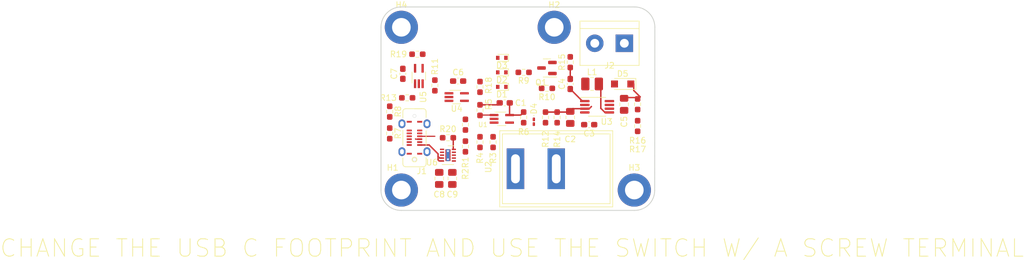
<source format=kicad_pcb>
(kicad_pcb (version 20211014) (generator pcbnew)
  (layers (0 "F.Cu" signal) (31 "B.Cu" signal) (34 "B.Paste" user) (35 "F.Paste" user) (36 "B.SilkS" user "B.Silkscreen") (37 "F.SilkS" user "F.Silkscreen") (38 "B.Mask" user) (39 "F.Mask" user) (44 "Edge.Cuts" user))
  (net 0 "")
  (net 1 "VBUS_RAW")
  (net 2 "GND")
  (net 3 "VBUS_SWITCH")
  (net 4 "Net-(C3-Pad1)")
  (net 5 "Net-(C4-Pad1)")
  (net 6 "Net-(C4-Pad2)")
  (net 7 "VBOOST_OUT")
  (net 8 "Net-(C8-Pad1)")
  (net 9 "Net-(D1-Pad1)")
  (net 10 "CHG_DET")
  (net 11 "CC1_DET")
  (net 12 "CC2_DET")
  (net 13 "Net-(D4-Pad2)")
  (net 14 "Net-(D5-Pad2)")
  (net 15 "CC1")
  (net 16 "D+")
  (net 17 "D-")
  (net 19 "CC2")
  (net 21 "Net-(Q1-Pad1)")
  (net 22 "VBUS_OPEN")
  (net 23 "VDAT_REF")
  (net 24 "V_CC_REF")
  (net 25 "Net-(R16-Pad2)")
  (net 26 "Net-(R20-Pad1)")
  (footprint "MountingHole:MountingHole_3.2mm_M3_ISO7380_Pad" (layer "F.Cu") (at 129 91.5)
    (fp_text reference "H2" (at 0 -3.85) (layer "F.SilkS"))
    (fp_text value "MountingHole_Pad")
    (pad "1" thru_hole circle (at 0 0) (size 5.7 5.7) (drill 3.2) (layers *.Cu *.Mask) (net 2 "GND"))
  )
  (footprint "TerminalBlock:TerminalBlock_bornier-2_P5.08mm" (layer "F.Cu") (at 141.04 94.25 180)
    (fp_text reference "J2" (at 2.54 -3.83) (layer "F.SilkS"))
    (fp_text value "Screw_Terminal_01x02")
    (fp_line (start 7.62 2.54) (end -2.54 2.54) (layer "F.SilkS") (width 0.12))
    (fp_line (start -2.54 -3.81) (end -2.54 3.81) (layer "F.SilkS") (width 0.12))
    (fp_line (start 7.62 -3.81) (end -2.54 -3.81) (layer "F.SilkS") (width 0.12))
    (fp_line (start 7.62 3.81) (end 7.62 -3.81) (layer "F.SilkS") (width 0.12))
    (fp_line (start -2.54 3.81) (end 7.62 3.81) (layer "F.SilkS") (width 0.12))
    (pad "1" thru_hole rect (at 0 0 180) (size 3 3) (drill 1.52) (layers *.Cu *.Mask) (net 7 "VBOOST_OUT"))
    (pad "2" thru_hole circle (at 5.08 0 180) (size 3 3) (drill 1.52) (layers *.Cu *.Mask) (net 2 "GND"))
  )
  (footprint "Package_TO_SOT_SMD:SOT-353_SC-70-5_Handsoldering" (layer "F.Cu") (at 112.25 103.5)
    (fp_text reference "U4" (at 0 2) (layer "F.SilkS"))
    (fp_text value "LMV331")
    (fp_line (start 0.7 -1.16) (end -1.2 -1.16) (layer "F.SilkS") (width 0.12))
    (fp_line (start -0.7 1.16) (end 0.7 1.16) (layer "F.SilkS") (width 0.12))
    (pad "1" smd rect (at -1.33 -0.65) (size 1.5 0.4) (layers "F.Cu" "F.Paste" "F.Mask") (net 15 "CC1"))
    (pad "2" smd rect (at -1.33 0) (size 1.5 0.4) (layers "F.Cu" "F.Paste" "F.Mask") (net 2 "GND"))
    (pad "3" smd rect (at -1.33 0.65) (size 1.5 0.4) (layers "F.Cu" "F.Paste" "F.Mask") (net 24 "V_CC_REF"))
    (pad "4" smd rect (at 1.33 0.65) (size 1.5 0.4) (layers "F.Cu" "F.Paste" "F.Mask") (net 11 "CC1_DET"))
    (pad "5" smd rect (at 1.33 -0.65) (size 1.5 0.4) (layers "F.Cu" "F.Paste" "F.Mask") (net 1 "VBUS_RAW"))
  )
  (footprint "Resistor_SMD:R_0603_1608Metric_Pad0.98x0.95mm_HandSolder" (layer "F.Cu") (at 131.75 97.5 90)
    (fp_text reference "R15" (at 0 -1.43 90) (layer "F.SilkS"))
    (fp_text value "15k")
    (fp_line (start -0.254724 -0.5225) (end 0.254724 -0.5225) (layer "F.SilkS") (width 0.12))
    (fp_line (start -0.254724 0.5225) (end 0.254724 0.5225) (layer "F.SilkS") (width 0.12))
    (pad "1" smd roundrect (at -0.9125 0 90) (size 0.975 0.95) (layers "F.Cu" "F.Paste" "F.Mask") (net 6 "Net-(C4-Pad2)"))
    (pad "2" smd roundrect (at 0.9125 0 90) (size 0.975 0.95) (layers "F.Cu" "F.Paste" "F.Mask") (net 2 "GND"))
  )
  (footprint "Capacitor_SMD:C_0603_1608Metric_Pad1.08x0.95mm_HandSolder" (layer "F.Cu") (at 131.75 101.25 90)
    (fp_text reference "C4" (at 0 -1.43 90) (layer "F.SilkS"))
    (fp_text value "2.2n")
    (fp_line (start -0.146267 -0.51) (end 0.146267 -0.51) (layer "F.SilkS") (width 0.12))
    (fp_line (start -0.146267 0.51) (end 0.146267 0.51) (layer "F.SilkS") (width 0.12))
    (pad "1" smd roundrect (at -0.8625 0 90) (size 1.075 0.95) (layers "F.Cu" "F.Paste" "F.Mask") (net 5 "Net-(C4-Pad1)"))
    (pad "2" smd roundrect (at 0.8625 0 90) (size 1.075 0.95) (layers "F.Cu" "F.Paste" "F.Mask") (net 6 "Net-(C4-Pad2)"))
  )
  (footprint "Resistor_SMD:R_0603_1608Metric_Pad0.98x0.95mm_HandSolder" (layer "F.Cu") (at 123.75 99.25 180)
    (fp_text reference "R9" (at 0 -1.43) (layer "F.SilkS"))
    (fp_text value "330")
    (fp_line (start -0.254724 -0.5225) (end 0.254724 -0.5225) (layer "F.SilkS") (width 0.12))
    (fp_line (start -0.254724 0.5225) (end 0.254724 0.5225) (layer "F.SilkS") (width 0.12))
    (pad "1" smd roundrect (at -0.9125 0 180) (size 0.975 0.95) (layers "F.Cu" "F.Paste" "F.Mask") (net 21 "Net-(Q1-Pad1)"))
    (pad "2" smd roundrect (at 0.9125 0 180) (size 0.975 0.95) (layers "F.Cu" "F.Paste" "F.Mask") (net 9 "Net-(D1-Pad1)"))
  )
  (footprint "MountingHole:MountingHole_3.2mm_M3_ISO7380_Pad" (layer "F.Cu") (at 102.75 119.5)
    (fp_text reference "H1" (at -1.5 -3.85) (layer "F.SilkS"))
    (fp_text value "MountingHole_Pad")
    (pad "1" thru_hole circle (at 0 0) (size 5.7 5.7) (drill 3.2) (layers *.Cu *.Mask) (net 2 "GND"))
  )
  (footprint "Diode_SMD:D_SOD-523" (layer "F.Cu") (at 120 99.25 180)
    (fp_text reference "D2" (at 0 -1.3) (layer "F.SilkS"))
    (fp_text value "D")
    (fp_line (start 0.7 0.6) (end -1.15 0.6) (layer "F.SilkS") (width 0.12))
    (fp_line (start 0.7 -0.6) (end -1.15 -0.6) (layer "F.SilkS") (width 0.12))
    (fp_line (start -1.15 -0.6) (end -1.15 0.6) (layer "F.SilkS") (width 0.12))
    (pad "1" smd rect (at -0.7 0) (size 0.6 0.7) (layers "F.Cu" "F.Paste" "F.Mask") (net 9 "Net-(D1-Pad1)"))
    (pad "2" smd rect (at 0.7 0) (size 0.6 0.7) (layers "F.Cu" "F.Paste" "F.Mask") (net 11 "CC1_DET"))
  )
  (footprint "Resistor_SMD:R_0603_1608Metric_Pad0.98x0.95mm_HandSolder" (layer "F.Cu") (at 103.75 103.630469)
    (fp_text reference "R13" (at -3.25 0) (layer "F.SilkS"))
    (fp_text value "5.1k")
    (fp_line (start -0.254724 -0.5225) (end 0.254724 -0.5225) (layer "F.SilkS") (width 0.12))
    (fp_line (start -0.254724 0.5225) (end 0.254724 0.5225) (layer "F.SilkS") (width 0.12))
    (pad "1" smd roundrect (at -0.9125 0) (size 0.975 0.95) (layers "F.Cu" "F.Paste" "F.Mask") (net 2 "GND"))
    (pad "2" smd roundrect (at 0.9125 0) (size 0.975 0.95) (layers "F.Cu" "F.Paste" "F.Mask") (net 19 "CC2"))
  )
  (footprint "CustomFootprints:RA11131100" (layer "F.Cu") (at 119.645 109.295 -90)
    (fp_text reference "U2" (at 6.25 1.95 90) (layer "F.SilkS"))
    (fp_text value "RA11131100")
    (fp_line (start 13.1 -19.4) (end 13.1 0) (layer "F.SilkS") (width 0.12))
    (fp_line (start 0 0) (end 0 -19.4) (layer "F.SilkS") (width 0.12))
    (fp_line (start 0 -19.4) (end 13.1 -19.4) (layer "F.SilkS") (width 0.12))
    (fp_line (start 0.55 -0.45) (end 0.55 -18.95) (layer "F.SilkS") (width 0.12))
    (fp_line (start 0.55 -18.95) (end 12.55 -18.95) (layer "F.SilkS") (width 0.12))
    (fp_line (start 13.1 0) (end 0 0) (layer "F.SilkS") (width 0.12))
    (fp_line (start 12.55 -0.45) (end 12.55 -18.95) (layer "F.SilkS") (width 0.12))
    (fp_line (start 0.55 -0.45) (end 12.55 -0.45) (layer "F.SilkS") (width 0.12))
    (pad "1" thru_hole custom (at 6.55 -2.7 270) (size 7 3) (drill oval 5 1.5) (layers *.Cu *.Mask) (net 22 "VBUS_OPEN") (options (clearance outline) (anchor rect)) (primitives))
    (pad "2" thru_hole custom (at 6.55 -9.7 270) (size 7 3) (drill oval 5 1.5) (layers *.Cu *.Mask) (net 3 "VBUS_SWITCH") (options (clearance outline) (anchor rect)) (primitives))
  )
  (footprint "Resistor_SMD:R_0603_1608Metric_Pad0.98x0.95mm_HandSolder" (layer "F.Cu") (at 143.318799 108.483409 -90)
    (fp_text reference "R17" (at 4 0 180) (layer "F.SilkS"))
    (fp_text value "10k")
    (fp_line (start -0.254724 -0.5225) (end 0.254724 -0.5225) (layer "F.SilkS") (width 0.12))
    (fp_line (start -0.254724 0.5225) (end 0.254724 0.5225) (layer "F.SilkS") (width 0.12))
    (pad "1" smd roundrect (at -0.9125 0 270) (size 0.975 0.95) (layers "F.Cu" "F.Paste" "F.Mask") (net 25 "Net-(R16-Pad2)"))
    (pad "2" smd roundrect (at 0.9125 0 270) (size 0.975 0.95) (layers "F.Cu" "F.Paste" "F.Mask") (net 2 "GND"))
  )
  (footprint "Capacitor_SMD:C_0805_2012Metric_Pad1.18x1.45mm_HandSolder" (layer "F.Cu") (at 141 104.75 -90)
    (fp_text reference "C5" (at 3 0 90) (layer "F.SilkS"))
    (fp_text value "10u")
    (fp_line (start -0.261252 -0.735) (end 0.261252 -0.735) (layer "F.SilkS") (width 0.12))
    (fp_line (start -0.261252 0.735) (end 0.261252 0.735) (layer "F.SilkS") (width 0.12))
    (pad "1" smd roundrect (at -1.0375 0 270) (size 1.175 1.45) (layers "F.Cu" "F.Paste" "F.Mask") (roundrect_rratio 0.212766) (net 7 "VBOOST_OUT"))
    (pad "2" smd roundrect (at 1.0375 0 270) (size 1.175 1.45) (layers "F.Cu" "F.Paste" "F.Mask") (roundrect_rratio 0.212766) (net 2 "GND"))
  )
  (footprint "Resistor_SMD:R_0603_1608Metric_Pad0.98x0.95mm_HandSolder" (layer "F.Cu") (at 118.5 111.25 -90)
    (fp_text reference "R3" (at 2.75 0 90) (layer "F.SilkS"))
    (fp_text value "47k")
    (fp_line (start -0.254724 0.5225) (end 0.254724 0.5225) (layer "F.SilkS") (width 0.12))
    (fp_line (start -0.254724 -0.5225) (end 0.254724 -0.5225) (layer "F.SilkS") (width 0.12))
    (pad "1" smd roundrect (at -0.9125 0 270) (size 0.975 0.95) (layers "F.Cu" "F.Paste" "F.Mask") (net 23 "VDAT_REF"))
    (pad "2" smd roundrect (at 0.9125 0 270) (size 0.975 0.95) (layers "F.Cu" "F.Paste" "F.Mask") (net 1 "VBUS_RAW"))
  )
  (footprint "Package_DFN_QFN:TDFN-10-1EP_2x3mm_P0.5mm_EP0.9x2mm_ThermalVias" (layer "F.Cu") (at 110.75 113.5)
    (fp_text reference "U6" (at -2.75 1.25) (layer "F.SilkS"))
    (fp_text value "STBP120")
    (fp_line (start 0 -1.61) (end 1 -1.61) (layer "F.SilkS") (width 0.12))
    (fp_line (start -1 1.61) (end 1 1.61) (layer "F.SilkS") (width 0.12))
    (pad "1" smd roundrect (at -1.0125 -1) (size 0.725 0.25) (layers "F.Cu" "F.Paste" "F.Mask"))
    (pad "2" smd roundrect (at -1.0125 -0.5) (size 0.725 0.25) (layers "F.Cu" "F.Paste" "F.Mask") (net 2 "GND"))
    (pad "3" smd roundrect (at -1.0125 0) (size 0.725 0.25) (layers "F.Cu" "F.Paste" "F.Mask"))
    (pad "4" smd roundrect (at -1.0125 0.5) (size 0.725 0.25) (layers "F.Cu" "F.Paste" "F.Mask") (net 8 "Net-(C8-Pad1)"))
    (pad "5" smd roundrect (at -1.0125 1) (size 0.725 0.25) (layers "F.Cu" "F.Paste" "F.Mask") (net 8 "Net-(C8-Pad1)"))
    (pad "6" smd roundrect (at 1.0125 1) (size 0.725 0.25) (layers "F.Cu" "F.Paste" "F.Mask") (net 1 "VBUS_RAW"))
    (pad "7" smd roundrect (at 1.0125 0.5) (size 0.725 0.25) (layers "F.Cu" "F.Paste" "F.Mask") (net 1 "VBUS_RAW"))
    (pad "8" smd roundrect (at 1.0125 0) (size 0.725 0.25) (layers "F.Cu" "F.Paste" "F.Mask"))
    (pad "9" smd roundrect (at 1.0125 -0.5) (size 0.725 0.25) (layers "F.Cu" "F.Paste" "F.Mask"))
    (pad "10" smd roundrect (at 1.0125 -1) (size 0.725 0.25) (layers "F.Cu" "F.Paste" "F.Mask") (net 26 "Net-(R20-Pad1)"))
    (pad "11" thru_hole circle (at 0 -0.7) (size 0.6 0.6) (drill 0.3) (layers *.Cu))
    (pad "11" smd rect (at 0 0) (size 0.6 2) (layers "B.Cu"))
    (pad "11" smd rect (at 0 0) (size 0.9 2) (layers "F.Cu" "F.Mask"))
    (pad "11" thru_hole circle (at 0 0.7) (size 0.6 0.6) (drill 0.3) (layers *.Cu))
  )
  (footprint "Resistor_SMD:R_0603_1608Metric_Pad0.98x0.95mm_HandSolder" (layer "F.Cu") (at 116.25 101.75 90)
    (fp_text reference "R18" (at 0.254724 1.5 90) (layer "F.SilkS"))
    (fp_text value "4.7k")
    (fp_line (start -0.254724 0.5225) (end 0.254724 0.5225) (layer "F.SilkS") (width 0.12))
    (fp_line (start -0.254724 -0.5225) (end 0.254724 -0.5225) (layer "F.SilkS") (width 0.12))
    (pad "1" smd roundrect (at -0.9125 0 90) (size 0.975 0.95) (layers "F.Cu" "F.Paste" "F.Mask") (net 11 "CC1_DET"))
    (pad "2" smd roundrect (at 0.9125 0 90) (size 0.975 0.95) (layers "F.Cu" "F.Paste" "F.Mask") (net 1 "VBUS_RAW"))
  )
  (footprint "Resistor_SMD:R_0603_1608Metric_Pad0.98x0.95mm_HandSolder" (layer "F.Cu") (at 123.75 107 90)
    (fp_text reference "R6" (at -2.5 0 180) (layer "F.SilkS"))
    (fp_text value "4.7k")
    (fp_line (start -0.254724 -0.5225) (end 0.254724 -0.5225) (layer "F.SilkS") (width 0.12))
    (fp_line (start -0.254724 0.5225) (end 0.254724 0.5225) (layer "F.SilkS") (width 0.12))
    (pad "1" smd roundrect (at -0.9125 0 90) (size 0.975 0.95) (layers "F.Cu" "F.Paste" "F.Mask") (net 10 "CHG_DET"))
    (pad "2" smd roundrect (at 0.9125 0 90) (size 0.975 0.95) (layers "F.Cu" "F.Paste" "F.Mask") (net 1 "VBUS_RAW"))
  )
  (footprint "Package_SO:MSOP-8_3x3mm_P0.65mm" (layer "F.Cu") (at 136.3625 105.175)
    (fp_text reference "U3" (at 1.6375 2.575) (layer "F.SilkS"))
    (fp_text value "MP1542")
    (fp_line (start 0 1.61) (end 1.5 1.61) (layer "F.SilkS") (width 0.12))
    (fp_line (start 0 -1.61) (end 1.5 -1.61) (layer "F.SilkS") (width 0.12))
    (fp_line (start 0 -1.61) (end -2.925 -1.61) (layer "F.SilkS") (width 0.12))
    (fp_line (start 0 1.61) (end -1.5 1.61) (layer "F.SilkS") (width 0.12))
    (pad "1" smd roundrect (at -2.1125 -0.975) (size 1.625 0.4) (layers "F.Cu" "F.Paste" "F.Mask") (net 5 "Net-(C4-Pad1)"))
    (pad "2" smd roundrect (at -2.1125 -0.325) (size 1.625 0.4) (layers "F.Cu" "F.Paste" "F.Mask") (net 25 "Net-(R16-Pad2)"))
    (pad "3" smd roundrect (at -2.1125 0.325) (size 1.625 0.4) (layers "F.Cu" "F.Paste" "F.Mask") (net 3 "VBUS_SWITCH"))
    (pad "4" smd roundrect (at -2.1125 0.975) (size 1.625 0.4) (layers "F.Cu" "F.Paste" "F.Mask") (net 2 "GND"))
    (pad "5" smd roundrect (at 2.1125 0.975) (size 1.625 0.4) (layers "F.Cu" "F.Paste" "F.Mask") (net 14 "Net-(D5-Pad2)"))
    (pad "6" smd roundrect (at 2.1125 0.325) (size 1.625 0.4) (layers "F.Cu" "F.Paste" "F.Mask") (net 3 "VBUS_SWITCH"))
    (pad "7" smd roundrect (at 2.1125 -0.325) (size 1.625 0.4) (layers "F.Cu" "F.Paste" "F.Mask") (net 3 "VBUS_SWITCH"))
    (pad "8" smd roundrect (at 2.1125 -0.975) (size 1.625 0.4) (layers "F.Cu" "F.Paste" "F.Mask") (net 4 "Net-(C3-Pad1)"))
  )
  (footprint "Resistor_SMD:R_0603_1608Metric_Pad0.98x0.95mm_HandSolder" (layer "F.Cu") (at 116.25 105.75 90)
    (fp_text reference "R5" (at 1 1.5 90) (layer "F.SilkS"))
    (fp_text value "4.7k")
    (fp_line (start -0.254724 0.5225) (end 0.254724 0.5225) (layer "F.SilkS") (width 0.12))
    (fp_line (start -0.254724 -0.5225) (end 0.254724 -0.5225) (layer "F.SilkS") (width 0.12))
    (pad "1" smd roundrect (at -0.9125 0 90) (size 0.975 0.95) (layers "F.Cu" "F.Paste" "F.Mask") (net 17 "D-"))
    (pad "2" smd roundrect (at 0.9125 0 90) (size 0.975 0.95) (layers "F.Cu" "F.Paste" "F.Mask") (net 2 "GND"))
  )
  (footprint "Capacitor_SMD:C_0603_1608Metric_Pad1.08x0.95mm_HandSolder" (layer "F.Cu") (at 112.5 100.75 180)
    (fp_text reference "C6" (at 0 1.5) (layer "F.SilkS"))
    (fp_text value "0.1u")
    (fp_line (start -0.146267 0.51) (end 0.146267 0.51) (layer "F.SilkS") (width 0.12))
    (fp_line (start -0.146267 -0.51) (end 0.146267 -0.51) (layer "F.SilkS") (width 0.12))
    (pad "1" smd roundrect (at -0.8625 0 180) (size 1.075 0.95) (layers "F.Cu" "F.Paste" "F.Mask") (net 1 "VBUS_RAW"))
    (pad "2" smd roundrect (at 0.8625 0 180) (size 1.075 0.95) (layers "F.Cu" "F.Paste" "F.Mask") (net 2 "GND"))
  )
  (footprint "Inductor_SMD:L_1008_2520Metric_Pad1.43x2.20mm_HandSolder" (layer "F.Cu") (at 135.5 101.25)
    (fp_text reference "L1" (at 0 -2.05) (layer "F.SilkS"))
    (fp_text value "4.7u")
    (fp_line (start -0.261252 -1.11) (end 0.261252 -1.11) (layer "F.SilkS") (width 0.12))
    (fp_line (start -0.261252 1.11) (end 0.261252 1.11) (layer "F.SilkS") (width 0.12))
    (pad "1" smd roundrect (at -1.1625 0) (size 1.425 2.2) (layers "F.Cu" "F.Paste" "F.Mask") (roundrect_rratio 0.175439) (net 3 "VBUS_SWITCH"))
    (pad "2" smd roundrect (at 1.1625 0) (size 1.425 2.2) (layers "F.Cu" "F.Paste" "F.Mask") (roundrect_rratio 0.175439) (net 14 "Net-(D5-Pad2)"))
  )
  (footprint "Resistor_SMD:R_0603_1608Metric_Pad0.98x0.95mm_HandSolder" (layer "F.Cu") (at 110.75 110.5 180)
    (fp_text reference "R20" (at 0 1.5) (layer "F.SilkS"))
    (fp_text value "100k")
    (fp_line (start -0.254724 -0.5225) (end 0.254724 -0.5225) (layer "F.SilkS") (width 0.12))
    (fp_line (start -0.254724 0.5225) (end 0.254724 0.5225) (layer "F.SilkS") (width 0.12))
    (pad "1" smd roundrect (at -0.9125 0 180) (size 0.975 0.95) (layers "F.Cu" "F.Paste" "F.Mask") (net 26 "Net-(R20-Pad1)"))
    (pad "2" smd roundrect (at 0.9125 0 180) (size 0.975 0.95) (layers "F.Cu" "F.Paste" "F.Mask") (net 2 "GND"))
  )
  (footprint "Resistor_SMD:R_0603_1608Metric_Pad0.98x0.95mm_HandSolder" (layer "F.Cu") (at 127.75 102)
    (fp_text reference "R10" (at 0 1.5) (layer "F.SilkS"))
    (fp_text value "4k7")
    (fp_line (start -0.254724 -0.5225) (end 0.254724 -0.5225) (layer "F.SilkS") (width 0.12))
    (fp_line (start -0.254724 0.5225) (end 0.254724 0.5225) (layer "F.SilkS") (width 0.12))
    (pad "1" smd roundrect (at -0.9125 0) (size 0.975 0.95) (layers "F.Cu" "F.Paste" "F.Mask") (net 21 "Net-(Q1-Pad1)"))
    (pad "2" smd roundrect (at 0.9125 0) (size 0.975 0.95) (layers "F.Cu" "F.Paste" "F.Mask") (net 2 "GND"))
  )
  (footprint "Diode_SMD:D_SOD-523" (layer "F.Cu") (at 120 96.75 180)
    (fp_text reference "D3" (at 0 -1.3) (layer "F.SilkS"))
    (fp_text value "D")
    (fp_line (start 0.7 0.6) (end -1.15 0.6) (layer "F.SilkS") (width 0.12))
    (fp_line (start 0.7 -0.6) (end -1.15 -0.6) (layer "F.SilkS") (width 0.12))
    (fp_line (start -1.15 -0.6) (end -1.15 0.6) (layer "F.SilkS") (width 0.12))
    (pad "1" smd rect (at -0.7 0) (size 0.6 0.7) (layers "F.Cu" "F.Paste" "F.Mask") (net 9 "Net-(D1-Pad1)"))
    (pad "2" smd rect (at 0.7 0) (size 0.6 0.7) (layers "F.Cu" "F.Paste" "F.Mask") (net 12 "CC2_DET"))
  )
  (footprint "CustomFootprints:USB4120-03-C" (layer "F.Cu") (at 105 110.5 -90)
    (fp_text reference "J1" (at 5.75 -1.25 unlocked) (layer "F.SilkS"))
    (fp_text value "USB_C_Receptacle")
    (fp_line (start 4.5 -2) (end 3.4 -2) (layer "F.SilkS") (width 0.12))
    (fp_line (start 4.496447 2) (end 3.45 2) (layer "F.SilkS") (width 0.12))
    (fp_line (start 1.3 2) (end -1.3 2) (layer "F.SilkS") (width 0.12))
    (fp_line (start -5 -1.3) (end -5 1.5) (layer "F.SilkS") (width 0.12))
    (fp_line (start -1.2 -2) (end 1.3 -2) (layer "F.SilkS") (width 0.12))
    (fp_line (start -5 0) (end -5 -1.5) (layer "F.SilkS") (width 0.12))
    (fp_line (start -4.5 -2) (end -3.5 -2) (layer "F.SilkS") (width 0.12))
    (fp_line (start -4.5 2) (end -3.4 2) (layer "F.SilkS") (width 0.12))
    (fp_line (start 5 1.5) (end 5 -1.5) (layer "F.SilkS") (width 0.12))
    (fp_arc (start -5 -1.5) (mid -4.853553 -1.853553) (end -4.5 -2) (layer "F.SilkS") (width 0.12))
    (fp_arc (start 4.5 -2) (mid 4.851481 -1.851481) (end 5 -1.5) (layer "F.SilkS") (width 0.12))
    (fp_arc (start -4.5 2) (mid -4.853553 1.853553) (end -5 1.5) (layer "F.SilkS") (width 0.12))
    (fp_arc (start 5 1.5) (mid 4.851258 1.853767) (end 4.496447 2) (layer "F.SilkS") (width 0.12))
    (fp_circle (center 3.75 0) (end 3.85 -0.4) (layer "F.SilkS") (width 0.12) (fill none))
    (fp_circle (center 3.75 0) (end 4.032842 0) (layer "Edge.Cuts") (width 0.05) (fill none))
    (fp_circle (center -3.75 0) (end -3.467157 0) (layer "Edge.Cuts") (width 0.05) (fill none))
    (pad "A1" smd rect (at -2.75 -0.9 270) (size 0.3 0.87) (layers "F.Cu" "F.Paste" "F.Mask") (net 2 "GND"))
    (pad "A4" smd rect (at -1.25 -0.9 270) (size 0.3 0.87) (layers "F.Cu" "F.Paste" "F.Mask") (net 8 "Net-(C8-Pad1)"))
    (pad "A5" smd rect (at -0.75 -0.9 270) (size 0.3 0.87) (layers "F.Cu" "F.Paste" "F.Mask") (net 15 "CC1"))
    (pad "A6" smd rect (at -0.25 -0.9 270) (size 0.3 0.87) (layers "F.Cu" "F.Paste" "F.Mask") (net 16 "D+"))
    (pad "A7" smd rect (at 0.25 -0.9 270) (size 0.3 0.87) (layers "F.Cu" "F.Paste" "F.Mask") (net 17 "D-"))
    (pad "A8" smd rect (at 0.75 -0.9 270) (size 0.3 0.87) (layers "F.Cu" "F.Paste" "F.Mask"))
    (pad "A9" smd rect (at 1.25 -0.9 270) (size 0.3 0.87) (layers "F.Cu" "F.Paste" "F.Mask") (net 8 "Net-(C8-Pad1)"))
    (pad "A12" smd rect (at 2.75 -0.9 270) (size 0.3 0.87) (layers "F.Cu" "F.Paste" "F.Mask") (net 2 "GND"))
    (pad "B1" smd rect (at 2.75 0.9 270) (size 0.3 0.87) (layers "F.Cu" "F.Paste" "F.Mask") (net 2 "GND"))
    (pad "B4" smd rect (at 1.25 0.9 270) (size 0.3 0.87) (layers "F.Cu" "F.Paste" "F.Mask") (net 8 "Net-(C8-Pad1)"))
    (pad "B5" smd rect (at 0.75 0.9 270) (size 0.3 0.87) (layers "F.Cu" "F.Paste" "F.Mask") (net 19 "CC2"))
    (pad "B6" smd rect (at 0.25 0.9 270) (size 0.3 0.87) (layers "F.Cu" "F.Paste" "F.Mask") (net 16 "D+"))
    (pad "B7" smd rect (at -0.25 0.9 270) (size 0.3 0.87) (layers "F.Cu" "F.Paste" "F.Mask") (net 17 "D-"))
    (pad "B8" smd rect (at -0.75 0.9 270) (size 0.3 0.87) (layers "F.Cu" "F.Paste" "F.Mask"))
    (pad "B9" smd rect (at -1.25 0.9 270) (size 0.3 0.87) (layers "F.Cu" "F.Paste" "F.Mask") (net 8 "Net-(C8-Pad1)"))
    (pad "B12" smd rect (at -2.75 0.9 270) (size 0.3 0.87) (layers "F.Cu" "F.Paste" "F.Mask") (net 2 "GND"))
    (pad "S1" thru_hole oval (at -2.4 -2.15 270) (size 1.5 1.2) (drill oval 0.9 0.65) (layers *.Cu *.Mask) (net 2 "GND"))
    (pad "S1" thru_hole oval (at -2.4 2.15 270) (size 1.5 1.2) (drill oval 0.9 0.65) (layers *.Cu *.Mask) (net 2 "GND"))
    (pad "S1" thru_hole oval (at 2.4 -2.15 270) (size 1.5 1.2) (drill oval 0.9 0.65) (layers *.Cu *.Mask) (net 2 "GND"))
    (pad "S1" thru_hole oval (at 2.4 2.15 270) (size 1.5 1.2) (drill oval 0.9 0.65) (layers *.Cu *.Mask) (net 2 "GND"))
  )
  (footprint "MountingHole:MountingHole_3.2mm_M3_ISO7380_Pad" (layer "F.Cu") (at 102.75 91.5)
    (fp_text reference "H4" (at 0 -3.85) (layer "F.SilkS"))
    (fp_text value "MountingHole_Pad")
    (pad "1" thru_hole circle (at 0 0) (size 5.7 5.7) (drill 3.2) (layers *.Cu *.Mask) (net 2 "GND"))
  )
  (footprint "LED_SMD:LED_0201_0603Metric_Pad0.64x0.40mm_HandSolder" (layer "F.Cu") (at 125.5 107.75 -90)
    (fp_text reference "D4" (at -2.25 0 90) (layer "F.SilkS"))
    (fp_text value "LED")
    (fp_circle (center -1.035 0) (end -0.985 0) (layer "F.SilkS") (width 0.1) (fill none))
    (pad "1" smd roundrect (at -0.4075 0 270) (size 0.635 0.4) (layers "F.Cu" "F.Mask") (net 2 "GND"))
    (pad "2" smd roundrect (at 0.4075 0 270) (size 0.635 0.4) (layers "F.Cu" "F.Mask") (net 13 "Net-(D4-Pad2)"))
  )
  (footprint "Capacitor_SMD:C_0805_2012Metric_Pad1.18x1.45mm_HandSolder" (layer "F.Cu") (at 131.75 107 -90)
    (fp_text reference "C2" (at 3.75 0 180) (layer "F.SilkS"))
    (fp_text value "10u")
    (fp_line (start -0.261252 0.735) (end 0.261252 0.735) (layer "F.SilkS") (width 0.12))
    (fp_line (start -0.261252 -0.735) (end 0.261252 -0.735) (layer "F.SilkS") (width 0.12))
    (pad "1" smd roundrect (at -1.0375 0 270) (size 1.175 1.45) (layers "F.Cu" "F.Paste" "F.Mask") (roundrect_rratio 0.212766) (net 3 "VBUS_SWITCH"))
    (pad "2" smd roundrect (at 1.0375 0 270) (size 1.175 1.45) (layers "F.Cu" "F.Paste" "F.Mask") (roundrect_rratio 0.212766) (net 2 "GND"))
  )
  (footprint "Capacitor_SMD:C_0805_2012Metric_Pad1.18x1.45mm_HandSolder" (layer "F.Cu") (at 111.5 117.5 -90)
    (fp_text reference "C9" (at 2.75 0) (layer "F.SilkS"))
    (fp_text value "10u")
    (fp_line (start -0.261252 -0.735) (end 0.261252 -0.735) (layer "F.SilkS") (width 0.12))
    (fp_line (start -0.261252 0.735) (end 0.261252 0.735) (layer "F.SilkS") (width 0.12))
    (pad "1" smd roundrect (at -1.0375 0 270) (size 1.175 1.45) (layers "F.Cu" "F.Paste" "F.Mask") (roundrect_rratio 0.212766) (net 1 "VBUS_RAW"))
    (pad "2" smd roundrect (at 1.0375 0 270) (size 1.175 1.45) (layers "F.Cu" "F.Paste" "F.Mask") (roundrect_rratio 0.212766) (net 2 "GND"))
  )
  (footprint "Resistor_SMD:R_0603_1608Metric_Pad0.98x0.95mm_HandSolder" (layer "F.Cu") (at 113.75 112 90)
    (fp_text reference "R2" (at -4.75 0 90) (layer "F.SilkS"))
    (fp_text value "6k8")
    (fp_line (start -0.254724 0.5225) (end 0.254724 0.5225) (layer "F.SilkS") (width 0.12))
    (fp_line (start -0.254724 -0.5225) (end 0.254724 -0.5225) (layer "F.SilkS") (width 0.12))
    (pad "1" smd roundrect (at -0.9125 0 90) (size 0.975 0.95) (layers "F.Cu" "F.Paste" "F.Mask") (net 2 "GND"))
    (pad "2" smd roundrect (at 0.9125 0 90) (size 0.975 0.95) (layers "F.Cu" "F.Paste" "F.Mask") (net 16 "D+"))
  )
  (footprint "Capacitor_SMD:C_0603_1608Metric_Pad1.08x0.95mm_HandSolder" (layer "F.Cu") (at 103 99.5 -90)
    (fp_text reference "C7" (at 0 1.5 90) (layer "F.SilkS"))
    (fp_text value "0.1u")
    (fp_line (start -0.146267 0.51) (end 0.146267 0.51) (layer "F.SilkS") (width 0.12))
    (fp_line (start -0.146267 -0.51) (end 0.146267 -0.51) (layer "F.SilkS") (width 0.12))
    (pad "1" smd roundrect (at -0.8625 0 270) (size 1.075 0.95) (layers "F.Cu" "F.Paste" "F.Mask") (net 1 "VBUS_RAW"))
    (pad "2" smd roundrect (at 0.8625 0 270) (size 1.075 0.95) (layers "F.Cu" "F.Paste" "F.Mask") (net 2 "GND"))
  )
  (footprint "Capacitor_SMD:C_0603_1608Metric_Pad1.08x0.95mm_HandSolder" (layer "F.Cu") (at 135 108.25 180)
    (fp_text reference "C3" (at 0 -1.5) (layer "F.SilkS"))
    (fp_text value "10n")
    (fp_line (start -0.146267 -0.51) (end 0.146267 -0.51) (layer "F.SilkS") (width 0.12))
    (fp_line (start -0.146267 0.51) (end 0.146267 0.51) (layer "F.SilkS") (width 0.12))
    (pad "1" smd roundrect (at -0.8625 0 180) (size 1.075 0.95) (layers "F.Cu" "F.Paste" "F.Mask") (net 4 "Net-(C3-Pad1)"))
    (pad "2" smd roundrect (at 0.8625 0 180) (size 1.075 0.95) (layers "F.Cu" "F.Paste" "F.Mask") (net 2 "GND"))
  )
  (footprint "Resistor_SMD:R_0603_1608Metric_Pad0.98x0.95mm_HandSolder" (layer "F.Cu") (at 143.318799 104.733409 -90)
    (fp_text reference "R16" (at 6.25 0 180) (layer "F.SilkS"))
    (fp_text value "86.6k")
    (fp_line (start -0.254724 0.5225) (end 0.254724 0.5225) (layer "F.SilkS") (width 0.12))
    (fp_line (start -0.254724 -0.5225) (end 0.254724 -0.5225) (layer "F.SilkS") (width 0.12))
    (pad "1" smd roundrect (at -0.9125 0 270) (size 0.975 0.95) (layers "F.Cu" "F.Paste" "F.Mask") (net 7 "VBOOST_OUT"))
    (pad "2" smd roundrect (at 0.9125 0 270) (size 0.975 0.95) (layers "F.Cu" "F.Paste" "F.Mask") (net 25 "Net-(R16-Pad2)"))
  )
  (footprint "Package_TO_SOT_SMD:SOT-353_SC-70-5_Handsoldering" (layer "F.Cu") (at 105.75 99.880469 90)
    (fp_text reference "U5" (at -3.619531 0.75 90) (layer "F.SilkS"))
    (fp_text value "LMV331")
    (fp_line (start 0.7 -1.16) (end -1.2 -1.16) (layer "F.SilkS") (width 0.12))
    (fp_line (start -0.7 1.16) (end 0.7 1.16) (layer "F.SilkS") (width 0.12))
    (pad "1" smd rect (at -1.33 -0.65 90) (size 1.5 0.4) (layers "F.Cu" "F.Paste" "F.Mask") (net 19 "CC2"))
    (pad "2" smd rect (at -1.33 0 90) (size 1.5 0.4) (layers "F.Cu" "F.Paste" "F.Mask") (net 2 "GND"))
    (pad "3" smd rect (at -1.33 0.65 90) (size 1.5 0.4) (layers "F.Cu" "F.Paste" "F.Mask") (net 24 "V_CC_REF"))
    (pad "4" smd rect (at 1.33 0.65 90) (size 1.5 0.4) (layers "F.Cu" "F.Paste" "F.Mask") (net 12 "CC2_DET"))
    (pad "5" smd rect (at 1.33 -0.65 90) (size 1.5 0.4) (layers "F.Cu" "F.Paste" "F.Mask") (net 1 "VBUS_RAW"))
  )
  (footprint "Resistor_SMD:R_0603_1608Metric_Pad0.98x0.95mm_HandSolder" (layer "F.Cu") (at 105.5 96.130469 180)
    (fp_text reference "R19" (at 3.25 0) (layer "F.SilkS"))
    (fp_text value "4.7k")
    (fp_line (start -0.254724 0.5225) (end 0.254724 0.5225) (layer "F.SilkS") (width 0.12))
    (fp_line (start -0.254724 -0.5225) (end 0.254724 -0.5225) (layer "F.SilkS") (width 0.12))
    (pad "1" smd roundrect (at -0.9125 0 180) (size 0.975 0.95) (layers "F.Cu" "F.Paste" "F.Mask") (net 12 "CC2_DET"))
    (pad "2" smd roundrect (at 0.9125 0 180) (size 0.975 0.95) (layers "F.Cu" "F.Paste" "F.Mask") (net 1 "VBUS_RAW"))
  )
  (footprint "Diode_SMD:Nexperia_CFP3_SOD-123W" (layer "F.Cu") (at 140.75 101.25 180)
    (fp_text reference "D5" (at 0 1.75) (layer "F.SilkS"))
    (fp_text value "SS34")
    (fp_line (start -2.26 -0.95) (end -2.26 0.95) (layer "F.SilkS") (width 0.12))
    (fp_line (start -2.26 0.95) (end 1.4 0.95) (layer "F.SilkS") (width 0.12))
    (fp_line (start -2.26 -0.95) (end 1.4 -0.95) (layer "F.SilkS") (width 0.12))
    (pad "1" smd rect (at -1.4 0 180) (size 1.2 1.2) (layers "F.Cu" "F.Paste" "F.Mask") (net 7 "VBOOST_OUT"))
    (pad "2" smd rect (at 1.4 0 180) (size 1.2 1.2) (layers "F.Cu" "F.Paste" "F.Mask") (net 14 "Net-(D5-Pad2)"))
  )
  (footprint "Resistor_SMD:R_0603_1608Metric_Pad0.98x0.95mm_HandSolder" (layer "F.Cu") (at 100.75 106 -90)
    (fp_text reference "R8" (at 0 -1.43 90) (layer "F.SilkS"))
    (fp_text value "7k6")
    (fp_line (start -0.254724 0.5225) (end 0.254724 0.5225) (layer "F.SilkS") (width 0.12))
    (fp_line (start -0.254724 -0.5225) (end 0.254724 -0.5225) (layer "F.SilkS") (width 0.12))
    (pad "1" smd roundrect (at -0.9125 0 270) (size 0.975 0.95) (layers "F.Cu" "F.Paste" "F.Mask") (net 2 "GND"))
    (pad "2" smd roundrect (at 0.9125 0 270) (size 0.975 0.95) (layers "F.Cu" "F.Paste" "F.Mask") (net 24 "V_CC_REF"))
  )
  (footprint "Resistor_SMD:R_0603_1608Metric_Pad0.98x0.95mm_HandSolder" (layer "F.Cu") (at 100.75 109.75 -90)
    (fp_text reference "R7" (at 0 -1.43 90) (layer "F.SilkS"))
    (fp_text value "47k")
    (fp_line (start -0.254724 0.5225) (end 0.254724 0.5225) (layer "F.SilkS") (width 0.12))
    (fp_line (start -0.254724 -0.5225) (end 0.254724 -0.5225) (layer "F.SilkS") (width 0.12))
    (pad "1" smd roundrect (at -0.9125 0 270) (size 0.975 0.95) (layers "F.Cu" "F.Paste" "F.Mask") (net 24 "V_CC_REF"))
    (pad "2" smd roundrect (at 0.9125 0 270) (size 0.975 0.95) (layers "F.Cu" "F.Paste" "F.Mask") (net 1 "VBUS_RAW"))
  )
  (footprint "Package_TO_SOT_SMD:SOT-353_SC-70-5_Handsoldering" (layer "F.Cu") (at 120 107.25)
    (fp_text reference "U1" (at -3.25 1) (layer "F.SilkS") (effects (font (size 0.8 0.8) (thickness 0.12))))
    (fp_text value "LMV331")
    (fp_line (start -0.7 1.16) (end 0.7 1.16) (layer "F.SilkS") (width 0.12))
    (fp_line (start 0.7 -1.16) (end -1.2 -1.16) (layer "F.SilkS") (width 0.12))
    (pad "1" smd rect locked (at -1.33 -0.65) (size 1.5 0.4) (layers "F.Cu" "F.Paste" "F.Mask") (net 17 "D-"))
    (pad "2" smd rect locked (at -1.33 0) (size 1.5 0.4) (layers "F.Cu" "F.Paste" "F.Mask") (net 2 "GND"))
    (pad "3" smd rect locked (at -1.33 0.65) (size 1.5 0.4) (layers "F.Cu" "F.Paste" "F.Mask") (net 23 "VDAT_REF"))
    (pad "4" smd rect locked (at 1.33 0.65) (size 1.5 0.4) (layers "F.Cu" "F.Paste" "F.Mask") (net 10 "CHG_DET"))
    (pad "5" smd rect locked (at 1.33 -0.65) (size 1.5 0.4) (layers "F.Cu" "F.Paste" "F.Mask") (net 1 "VBUS_RAW"))
  )
  (footprint "Capacitor_SMD:C_0603_1608Metric_Pad1.08x0.95mm_HandSolder" (layer "F.Cu") (at 120.5 104.5 180)
    (fp_text reference "C1" (at -2.75 0) (layer "F.SilkS"))
    (fp_text value "0.1u")
    (fp_line (start -0.146267 -0.51) (end 0.146267 -0.51) (layer "F.SilkS") (width 0.12))
    (fp_line (start -0.146267 0.51) (end 0.146267 0.51) (layer "F.SilkS") (width 0.12))
    (pad "1" smd roundrect (at -0.8625 0 180) (size 1.075 0.95) (layers "F.Cu" "F.Paste" "F.Mask") (net 1 "VBUS_RAW"))
    (pad "2" smd roundrect (at 0.8625 0 180) (size 1.075 0.95) (layers "F.Cu" "F.Paste" "F.Mask") (net 2 "GND"))
  )
  (footprint "Capacitor_SMD:C_0805_2012Metric_Pad1.18x1.45mm_HandSolder" (layer "F.Cu") (at 109.25 117.5 -90)
    (fp_text reference "C8" (at 2.75 0) (layer "F.SilkS"))
    (fp_text value "10u")
    (fp_line (start -0.261252 0.735) (end 0.261252 0.735) (layer "F.SilkS") (width 0.12))
    (fp_line (start -0.261252 -0.735) (end 0.261252 -0.735) (layer "F.SilkS") (width 0.12))
    (pad "1" smd roundrect (at -1.0375 0 270) (size 1.175 1.45) (layers "F.Cu" "F.Paste" "F.Mask") (roundrect_rratio 0.212766) (net 8 "Net-(C8-Pad1)"))
    (pad "2" smd roundrect (at 1.0375 0 270) (size 1.175 1.45) (layers "F.Cu" "F.Paste" "F.Mask") (roundrect_rratio 0.212766) (net 2 "GND"))
  )
  (footprint "Resistor_SMD:R_0603_1608Metric_Pad0.98x0.95mm_HandSolder" (layer "F.Cu") (at 116.25 111.25 90)
    (fp_text reference "R4" (at -2.75 0 90) (layer "F.SilkS"))
    (fp_text value "4k7")
    (fp_line (start -0.254724 -0.5225) (end 0.254724 -0.5225) (layer "F.SilkS") (width 0.12))
    (fp_line (start -0.254724 0.5225) (end 0.254724 0.5225) (layer "F.SilkS") (width 0.12))
    (pad "1" smd roundrect (at -0.9125 0 90) (size 0.975 0.95) (layers "F.Cu" "F.Paste" "F.Mask") (net 2 "GND"))
    (pad "2" smd roundrect (at 0.9125 0 90) (size 0.975 0.95) (layers "F.Cu" "F.Paste" "F.Mask") (net 23 "VDAT_REF"))
  )
  (footprint "Resistor_SMD:R_0603_1608Metric_Pad0.98x0.95mm_HandSolder" (layer "F.Cu") (at 127.5 107 -90)
    (fp_text reference "R12" (at 3.75 0 -90) (layer "F.SilkS"))
    (fp_text value "86.6k")
    (fp_line (start -0.254724 -0.5225) (end 0.254724 -0.5225) (layer "F.SilkS") (width 0.12))
    (fp_line (start -0.254724 0.5225) (end 0.254724 0.5225) (layer "F.SilkS") (width 0.12))
    (pad "1" smd roundrect (at -0.9125 0 270) (size 0.975 0.95) (layers "F.Cu" "F.Paste" "F.Mask") (net 3 "VBUS_SWITCH"))
    (pad "2" smd roundrect (at 0.9125 0 270) (size 0.975 0.95) (layers "F.Cu" "F.Paste" "F.Mask") (net 13 "Net-(D4-Pad2)"))
  )
  (footprint "Diode_SMD:D_SOD-523" (layer "F.Cu") (at 120 101.75 180)
    (fp_text reference "D1" (at 0 -1.3) (layer "F.SilkS"))
    (fp_text value "D")
    (fp_line (start -1.15 -0.6) (end -1.15 0.6) (layer "F.SilkS") (width 0.12))
    (fp_line (start 0.7 0.6) (end -1.15 0.6) (layer "F.SilkS") (width 0.12))
    (fp_line (start 0.7 -0.6) (end -1.15 -0.6) (layer "F.SilkS") (width 0.12))
    (pad "1" smd rect (at -0.7 0) (size 0.6 0.7) (layers "F.Cu" "F.Paste" "F.Mask") (net 9 "Net-(D1-Pad1)"))
    (pad "2" smd rect (at 0.7 0) (size 0.6 0.7) (layers "F.Cu" "F.Paste" "F.Mask") (net 10 "CHG_DET"))
  )
  (footprint "Package_TO_SOT_SMD:SOT-23" (layer "F.Cu") (at 127.75 98.5 180)
    (fp_text reference "Q1" (at 1 -2.5) (layer "F.SilkS"))
    (fp_text value "AO3400A")
    (fp_line (start 0 -1.56) (end 0.65 -1.56) (layer "F.SilkS") (width 0.12))
    (fp_line (start 0 -1.56) (end -1.675 -1.56) (layer "F.SilkS") (width 0.12))
    (fp_line (start 0 1.56) (end 0.65 1.56) (layer "F.SilkS") (width 0.12))
    (fp_line (start 0 1.56) (end -0.65 1.56) (layer "F.SilkS") (width 0.12))
    (pad "1" smd roundrect (at -0.9375 -0.95 180) (size 1.475 0.6) (layers "F.Cu" "F.Paste" "F.Mask") (net 21 "Net-(Q1-Pad1)"))
    (pad "2" smd roundrect (at -0.9375 0.95 180) (size 1.475 0.6) (layers "F.Cu" "F.Paste" "F.Mask") (net 22 "VBUS_OPEN"))
    (pad "3" smd roundrect (at 0.9375 0 180) (size 1.475 0.6) (layers "F.Cu" "F.Paste" "F.Mask") (net 1 "VBUS_RAW"))
  )
  (footprint "MountingHole:MountingHole_3.2mm_M3_ISO7380_Pad" (layer "F.Cu") (at 142.75 119.5)
    (fp_text reference "H3" (at 0 -3.85) (layer "F.SilkS"))
    (fp_text value "MountingHole_Pad")
    (pad "1" thru_hole circle (at 0 0) (size 5.7 5.7) (drill 3.2) (layers *.Cu *.Mask) (net 2 "GND"))
  )
  (footprint "Resistor_SMD:R_0603_1608Metric_Pad0.98x0.95mm_HandSolder" (layer "F.Cu") (at 129.5 107 -90)
    (fp_text reference "R14" (at 3.75 0 -90) (layer "F.SilkS"))
    (fp_text value "100k")
    (fp_line (start -0.254724 0.5225) (end 0.254724 0.5225) (layer "F.SilkS") (width 0.12))
    (fp_line (start -0.254724 -0.5225) (end 0.254724 -0.5225) (layer "F.SilkS") (width 0.12))
    (pad "1" smd roundrect (at -0.9125 0 270) (size 0.975 0.95) (layers "F.Cu" "F.Paste" "F.Mask") (net 3 "VBUS_SWITCH"))
    (pad "2" smd roundrect (at 0.9125 0 270) (size 0.975 0.95) (layers "F.Cu" "F.Paste" "F.Mask") (net 2 "GND"))
  )
  (footprint "Resistor_SMD:R_0603_1608Metric_Pad0.98x0.95mm_HandSolder" (layer "F.Cu") (at 113.75 108.25 90)
    (fp_text reference "R1" (at -6.5 0 90) (layer "F.SilkS"))
    (fp_text value "47k")
    (fp_line (start -0.254724 0.5225) (end 0.254724 0.5225) (layer "F.SilkS") (width 0.12))
    (fp_line (start -0.254724 -0.5225) (end 0.254724 -0.5225) (layer "F.SilkS") (width 0.12))
    (pad "1" smd roundrect (at -0.9125 0 90) (size 0.975 0.95) (layers "F.Cu" "F.Paste" "F.Mask") (net 16 "D+"))
    (pad "2" smd roundrect (at 0.9125 0 90) (size 0.975 0.95) (layers "F.Cu" "F.Paste" "F.Mask") (net 1 "VBUS_RAW"))
  )
  (footprint "Resistor_SMD:R_0603_1608Metric_Pad0.98x0.95mm_HandSolder" (layer "F.Cu") (at 108.5 101.5 -90)
    (fp_text reference "R11" (at -3.25 0 90) (layer "F.SilkS"))
    (fp_text value "5.1k")
    (fp_line (start -0.254724 0.5225) (end 0.254724 0.5225) (layer "F.SilkS") (width 0.12))
    (fp_line (start -0.254724 -0.5225) (end 0.254724 -0.5225) (layer "F.SilkS") (width 0.12))
    (pad "1" smd roundrect (at -0.9125 0 270) (size 0.975 0.95) (layers "F.Cu" "F.Paste" "F.Mask") (net 2 "GND"))
    (pad "2" smd roundrect (at 0.9125 0 270) (size 0.975 0.95) (layers "F.Cu" "F.Paste" "F.Mask") (net 15 "CC1"))
  )
  (gr_line (start 102.75 123) (end 142.75 123) (layer "Edge.Cuts") (width 0.15))
  (gr_line (start 146.25 119.526661) (end 146.275126 91.474874) (layer "Edge.Cuts") (width 0.15))
  (gr_arc (start 102.75 123) (mid 100.25989 122.002893) (end 99.25171 119.517245) (layer "Edge.Cuts") (width 0.15))
  (gr_arc (start 142.775126 88) (mid 145.248351 89.008982) (end 146.275126 91.474874) (layer "Edge.Cuts") (width 0.15))
  (gr_arc (start 146.25 119.526661) (mid 145.232705 122.00166) (end 142.75 123) (layer "Edge.Cuts") (width 0.15))
  (gr_arc (start 99.25 91.5) (mid 100.275126 89.025126) (end 102.75 88) (layer "Edge.Cuts") (width 0.15))
  (gr_line (start 99.25 91.5) (end 99.25171 119.517245) (layer "Edge.Cuts") (width 0.15))
  (gr_line (start 102.75 88) (end 142.775126 88) (layer "Edge.Cuts") (width 0.15))
  (gr_text "CHANGE THE USB C FOOTPRINT AND USE THE SWITCH W/ A SCREW TERMINAL" (at 121.75 129.5) (layer "F.SilkS") (effects (font (size 3 3))))
  (segment (start 121.33 106.6) (end 123.2375 106.6) (width 0.25) (layer "F.Cu") (net 1))
  (segment (start 123.2375 106.6) (end 123.75 106.0875) (width 0.25) (layer "F.Cu") (net 1))
  (segment (start 121.33 104.5325) (end 121.3625 104.5) (width 0.25) (layer "F.Cu") (net 1))
  (segment (start 121.33 106.6) (end 121.33 104.5325) (width 0.25) (layer "F.Cu") (net 1))
  (segment (start 113.6125 102.8175) (end 113.58 102.85) (width 0.25) (layer "F.Cu") (net 1))
  (segment (start 119.3 104.8375) (end 119.6375 104.5) (width 0.25) (layer "F.Cu") (net 2))
  (segment (start 116.25 104.8375) (end 119.3 104.8375) (width 0.25) (layer "F.Cu") (net 2))
  (segment (start 135.3875 105.126041) (end 135.013541 105.5) (width 0.25) (layer "F.Cu") (net 3))
  (segment (start 127.5 106.0875) (end 131.625 106.0875) (width 0.25) (layer "F.Cu") (net 3))
  (segment (start 135.013541 105.5) (end 134.25 105.5) (width 0.25) (layer "F.Cu") (net 3))
  (segment (start 131.75 105.9625) (end 132.2125 105.5) (width 0.25) (layer "F.Cu") (net 3))
  (segment (start 131.625 106.0875) (end 131.75 105.9625) (width 0.25) (layer "F.Cu") (net 3))
  (segment (start 132.2125 105.5) (end 134.25 105.5) (width 0.25) (layer "F.Cu") (net 3))
  (segment (start 134.25 104.2) (end 133.8375 104.2) (width 0.25) (layer "F.Cu") (net 5))
  (segment (start 133.8375 104.2) (end 131.75 102.1125) (width 0.25) (layer "F.Cu") (net 5))
  (segment (start 131.75 100.3875) (end 131.75 98.4125) (width 0.25) (layer "F.Cu") (net 6))
  (segment (start 143.75 103.4625) (end 142.65 102.3625) (width 0.25) (layer "F.Cu") (net 7))
  (segment (start 142.65 102.3625) (end 142.65 101.25) (width 0.25) (layer "F.Cu") (net 7))
  (segment (start 141.5 103.5875) (end 143.625 103.5875) (width 0.25) (layer "F.Cu") (net 7))
  (segment (start 143.625 103.5875) (end 143.75 103.4625) (width 0.25) (layer "F.Cu") (net 7))
  (segment (start 107.523008 111.75) (end 109.05 113.276992) (width 0.25) (layer "F.Cu") (net 8))
  (segment (start 109.25 114.5) (end 109.05 114.3) (width 0.25) (layer "F.Cu") (net 8))
  (segment (start 109.05 113.723008) (end 109.326992 114) (width 0.25) (layer "F.Cu") (net 8))
  (segment (start 109.05 113.276992) (end 109.05 113.723008) (width 0.25) (layer "F.Cu") (net 8))
  (segment (start 109.7375 114.5) (end 109.25 114.5) (width 0.25) (layer "F.Cu") (net 8))
  (segment (start 109.326992 114) (end 109.7375 114) (width 0.25) (layer "F.Cu") (net 8))
  (segment (start 105.9 111.75) (end 107.523008 111.75) (width 0.25) (layer "F.Cu") (net 8))
  (segment (start 109.05 114.3) (end 109.05 113.723008) (width 0.25) (layer "F.Cu") (net 8))
  (segment (start 138.475 106.15) (end 137.711459 106.15) (width 0.25) (layer "F.Cu") (net 14))
  (segment (start 137 105.438541) (end 137 101.4125) (width 0.25) (layer "F.Cu") (net 14))
  (segment (start 137.711459 106.15) (end 137 105.438541) (width 0.25) (layer "F.Cu") (net 14))
  (segment (start 105.9 110.25) (end 108.5 110.25) (width 0.2) (layer "F.Cu") (net 16))
  (segment (start 116.3125 106.6) (end 118.67 106.6) (width 0.2) (layer "F.Cu") (net 17))
  (segment (start 116.25 106.6625) (end 116.3125 106.6) (width 0.2) (layer "F.Cu") (net 17))
  (segment (start 105.215 110.75) (end 105.165 110.7) (width 0.2) (layer "F.Cu") (net 17))
  (segment (start 105.9 110.75) (end 105.215 110.75) (width 0.2) (layer "F.Cu") (net 17))
  (segment (start 111.6625 110.5) (end 111.6625 112.4) (width 0.25) (layer "F.Cu") (net 26))
  (segment (start 111.6625 112.4) (end 111.7625 112.5) (width 0.25) (layer "F.Cu") (net 26))
)
</source>
